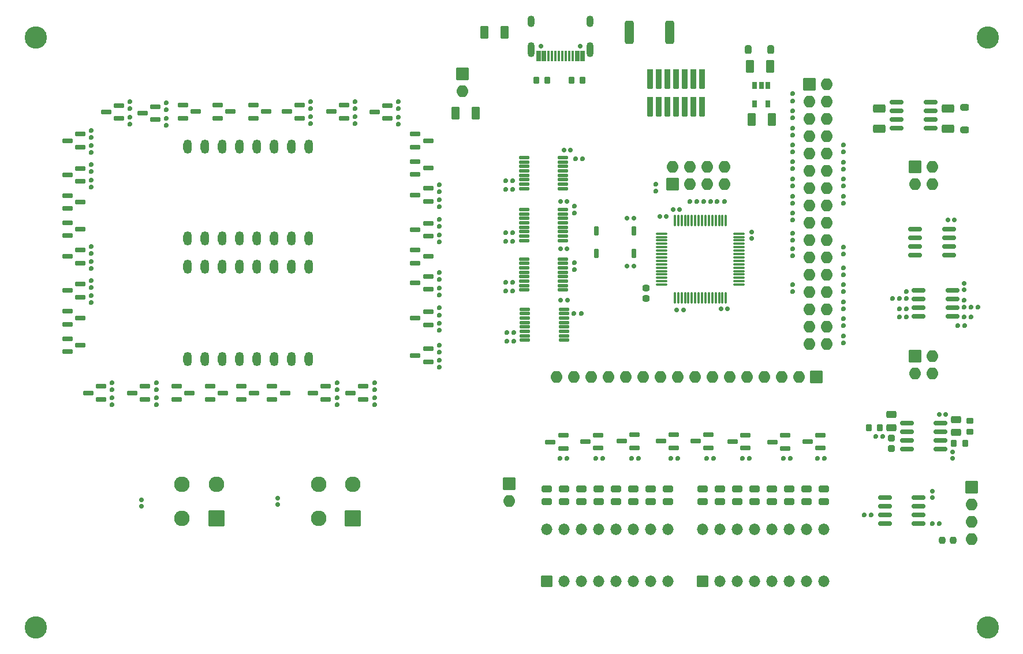
<source format=gbr>
%TF.GenerationSoftware,KiCad,Pcbnew,8.0.5*%
%TF.CreationDate,2024-11-20T12:06:12-07:00*%
%TF.ProjectId,CMPE2750,434d5045-3237-4353-902e-6b696361645f,rev?*%
%TF.SameCoordinates,Original*%
%TF.FileFunction,Soldermask,Top*%
%TF.FilePolarity,Negative*%
%FSLAX46Y46*%
G04 Gerber Fmt 4.6, Leading zero omitted, Abs format (unit mm)*
G04 Created by KiCad (PCBNEW 8.0.5) date 2024-11-20 12:06:12*
%MOMM*%
%LPD*%
G01*
G04 APERTURE LIST*
G04 Aperture macros list*
%AMRoundRect*
0 Rectangle with rounded corners*
0 $1 Rounding radius*
0 $2 $3 $4 $5 $6 $7 $8 $9 X,Y pos of 4 corners*
0 Add a 4 corners polygon primitive as box body*
4,1,4,$2,$3,$4,$5,$6,$7,$8,$9,$2,$3,0*
0 Add four circle primitives for the rounded corners*
1,1,$1+$1,$2,$3*
1,1,$1+$1,$4,$5*
1,1,$1+$1,$6,$7*
1,1,$1+$1,$8,$9*
0 Add four rect primitives between the rounded corners*
20,1,$1+$1,$2,$3,$4,$5,0*
20,1,$1+$1,$4,$5,$6,$7,0*
20,1,$1+$1,$6,$7,$8,$9,0*
20,1,$1+$1,$8,$9,$2,$3,0*%
G04 Aperture macros list end*
%ADD10RoundRect,0.157500X0.187500X-0.157500X0.187500X0.157500X-0.187500X0.157500X-0.187500X-0.157500X0*%
%ADD11RoundRect,0.261250X-0.473750X0.261250X-0.473750X-0.261250X0.473750X-0.261250X0.473750X0.261250X0*%
%ADD12RoundRect,0.152500X0.202500X-0.152500X0.202500X0.152500X-0.202500X0.152500X-0.202500X-0.152500X0*%
%ADD13RoundRect,0.157500X-0.157500X-0.187500X0.157500X-0.187500X0.157500X0.187500X-0.157500X0.187500X0*%
%ADD14RoundRect,0.242500X0.242500X0.392500X-0.242500X0.392500X-0.242500X-0.392500X0.242500X-0.392500X0*%
%ADD15RoundRect,0.035000X0.800000X-0.800000X0.800000X0.800000X-0.800000X0.800000X-0.800000X-0.800000X0*%
%ADD16O,1.670000X1.670000*%
%ADD17RoundRect,0.152500X0.152500X0.202500X-0.152500X0.202500X-0.152500X-0.202500X0.152500X-0.202500X0*%
%ADD18RoundRect,0.167500X-0.842500X-0.167500X0.842500X-0.167500X0.842500X0.167500X-0.842500X0.167500X0*%
%ADD19C,3.270000*%
%ADD20RoundRect,0.152500X-0.202500X0.152500X-0.202500X-0.152500X0.202500X-0.152500X0.202500X0.152500X0*%
%ADD21RoundRect,0.167500X0.605000X0.167500X-0.605000X0.167500X-0.605000X-0.167500X0.605000X-0.167500X0*%
%ADD22RoundRect,0.265217X0.344783X0.669783X-0.344783X0.669783X-0.344783X-0.669783X0.344783X-0.669783X0*%
%ADD23RoundRect,0.157500X0.157500X0.187500X-0.157500X0.187500X-0.157500X-0.187500X0.157500X-0.187500X0*%
%ADD24C,0.720000*%
%ADD25RoundRect,0.035000X0.300000X0.725000X-0.300000X0.725000X-0.300000X-0.725000X0.300000X-0.725000X0*%
%ADD26RoundRect,0.035000X0.150000X0.725000X-0.150000X0.725000X-0.150000X-0.725000X0.150000X-0.725000X0*%
%ADD27O,1.070000X2.170000*%
%ADD28O,1.070000X1.670000*%
%ADD29RoundRect,0.035000X-0.850000X-0.850000X0.850000X-0.850000X0.850000X0.850000X-0.850000X0.850000X0*%
%ADD30O,1.770000X1.770000*%
%ADD31RoundRect,0.167500X-0.605000X-0.167500X0.605000X-0.167500X0.605000X0.167500X-0.605000X0.167500X0*%
%ADD32O,1.270000X2.070000*%
%ADD33RoundRect,0.152500X-0.152500X-0.202500X0.152500X-0.202500X0.152500X0.202500X-0.152500X0.202500X0*%
%ADD34RoundRect,0.265217X-0.669783X0.344783X-0.669783X-0.344783X0.669783X-0.344783X0.669783X0.344783X0*%
%ADD35RoundRect,0.217500X0.292500X-0.217500X0.292500X0.217500X-0.292500X0.217500X-0.292500X-0.217500X0*%
%ADD36RoundRect,0.267500X-0.492500X0.267500X-0.492500X-0.267500X0.492500X-0.267500X0.492500X0.267500X0*%
%ADD37RoundRect,0.217500X-0.217500X-0.292500X0.217500X-0.292500X0.217500X0.292500X-0.217500X0.292500X0*%
%ADD38RoundRect,0.035000X0.850000X-0.850000X0.850000X0.850000X-0.850000X0.850000X-0.850000X-0.850000X0*%
%ADD39RoundRect,0.236250X0.236250X0.273750X-0.236250X0.273750X-0.236250X-0.273750X0.236250X-0.273750X0*%
%ADD40RoundRect,0.117500X-0.655000X-0.117500X0.655000X-0.117500X0.655000X0.117500X-0.655000X0.117500X0*%
%ADD41RoundRect,0.035000X-0.279400X0.622300X-0.279400X-0.622300X0.279400X-0.622300X0.279400X0.622300X0*%
%ADD42RoundRect,0.264286X-0.383214X-1.445714X0.383214X-1.445714X0.383214X1.445714X-0.383214X1.445714X0*%
%ADD43RoundRect,0.265217X-0.344783X-0.669783X0.344783X-0.669783X0.344783X0.669783X-0.344783X0.669783X0*%
%ADD44RoundRect,0.092500X-0.717500X-0.092500X0.717500X-0.092500X0.717500X0.092500X-0.717500X0.092500X0*%
%ADD45RoundRect,0.092500X-0.092500X-0.717500X0.092500X-0.717500X0.092500X0.717500X-0.092500X0.717500X0*%
%ADD46RoundRect,0.035000X-0.850000X0.850000X-0.850000X-0.850000X0.850000X-0.850000X0.850000X0.850000X0*%
%ADD47RoundRect,0.035000X1.104900X1.104900X-1.104900X1.104900X-1.104900X-1.104900X1.104900X-1.104900X0*%
%ADD48C,2.279800*%
%ADD49RoundRect,0.217500X0.217500X0.292500X-0.217500X0.292500X-0.217500X-0.292500X0.217500X-0.292500X0*%
%ADD50RoundRect,0.242500X-0.392500X0.242500X-0.392500X-0.242500X0.392500X-0.242500X0.392500X0.242500X0*%
%ADD51RoundRect,0.035000X0.368300X1.397000X-0.368300X1.397000X-0.368300X-1.397000X0.368300X-1.397000X0*%
%ADD52RoundRect,0.157500X-0.187500X0.157500X-0.187500X-0.157500X0.187500X-0.157500X0.187500X0.157500X0*%
%ADD53RoundRect,0.242500X0.267500X-0.242500X0.267500X0.242500X-0.267500X0.242500X-0.267500X-0.242500X0*%
%ADD54RoundRect,0.236250X0.273750X-0.236250X0.273750X0.236250X-0.273750X0.236250X-0.273750X-0.236250X0*%
%ADD55RoundRect,0.265217X0.669783X-0.344783X0.669783X0.344783X-0.669783X0.344783X-0.669783X-0.344783X0*%
%ADD56RoundRect,0.035000X-0.299999X-0.500000X0.299999X-0.500000X0.299999X0.500000X-0.299999X0.500000X0*%
G04 APERTURE END LIST*
D10*
%TO.C,C22*%
X192000000Y-112710000D03*
X192000000Y-111750000D03*
%TD*%
D11*
%TO.C,D12*%
X157860000Y-117202500D03*
X157860000Y-119077500D03*
%TD*%
%TO.C,D15*%
X165480000Y-117202500D03*
X165480000Y-119077500D03*
%TD*%
D12*
%TO.C,R9*%
X176000000Y-85770000D03*
X176000000Y-84750000D03*
%TD*%
D13*
%TO.C,C2*%
X151000000Y-76250000D03*
X151960000Y-76250000D03*
%TD*%
D14*
%TO.C,D1*%
X165350000Y-52750000D03*
X162050000Y-52750000D03*
%TD*%
D15*
%TO.C,SW2*%
X132460000Y-130760000D03*
D16*
X135000000Y-130760000D03*
X137540000Y-130760000D03*
X140080000Y-130760000D03*
X142620000Y-130760000D03*
X145160000Y-130760000D03*
X147700000Y-130760000D03*
X150240000Y-130760000D03*
X150240000Y-123140000D03*
X147700000Y-123140000D03*
X145160000Y-123140000D03*
X142620000Y-123140000D03*
X140080000Y-123140000D03*
X137540000Y-123140000D03*
X135000000Y-123140000D03*
X132460000Y-123140000D03*
%TD*%
D10*
%TO.C,C13*%
X189050000Y-118500000D03*
X189050000Y-117540000D03*
%TD*%
D13*
%TO.C,C4*%
X149040000Y-77250000D03*
X150000000Y-77250000D03*
%TD*%
D17*
%TO.C,R182*%
X156960000Y-112760000D03*
X155940000Y-112760000D03*
%TD*%
D18*
%TO.C,U4*%
X182050000Y-118460000D03*
X182050000Y-119730000D03*
X182050000Y-121000000D03*
X182050000Y-122270000D03*
X187000000Y-122270000D03*
X187000000Y-121000000D03*
X187000000Y-119730000D03*
X187000000Y-118460000D03*
%TD*%
D19*
%TO.C,H2*%
X197125000Y-51000000D03*
%TD*%
D12*
%TO.C,R4*%
X176000000Y-67770000D03*
X176000000Y-66750000D03*
%TD*%
%TO.C,R13*%
X176000000Y-95760000D03*
X176000000Y-94740000D03*
%TD*%
D20*
%TO.C,R47*%
X71330000Y-60410000D03*
X71330000Y-61430000D03*
%TD*%
%TO.C,R75*%
X107205000Y-101610000D03*
X107205000Y-102630000D03*
%TD*%
D21*
%TO.C,Q65*%
X172575000Y-111210000D03*
X172575000Y-109310000D03*
X170700000Y-110260000D03*
%TD*%
D22*
%TO.C,C9*%
X165250000Y-55250000D03*
X162300000Y-55250000D03*
%TD*%
D12*
%TO.C,R10*%
X176000000Y-88260000D03*
X176000000Y-87240000D03*
%TD*%
D20*
%TO.C,R50*%
X116705000Y-72560000D03*
X116705000Y-73580000D03*
%TD*%
D23*
%TO.C,C3*%
X158980000Y-90750000D03*
X158020000Y-90750000D03*
%TD*%
D20*
%TO.C,R80*%
X116705000Y-90660000D03*
X116705000Y-91680000D03*
%TD*%
D24*
%TO.C,J6*%
X137390000Y-52250000D03*
X131610000Y-52250000D03*
D25*
X137750000Y-53695000D03*
X136950000Y-53695000D03*
D26*
X135750000Y-53695000D03*
X134750000Y-53695000D03*
X134250000Y-53695000D03*
X133250000Y-53695000D03*
D25*
X132050000Y-53695000D03*
X131250000Y-53695000D03*
X131250000Y-53695000D03*
X132050000Y-53695000D03*
D26*
X132750000Y-53695000D03*
X133750000Y-53695000D03*
X135250000Y-53695000D03*
X136250000Y-53695000D03*
D25*
X136950000Y-53695000D03*
X137750000Y-53695000D03*
D27*
X138820000Y-52780000D03*
D28*
X138820000Y-48600000D03*
D27*
X130180000Y-52780000D03*
D28*
X130180000Y-48600000D03*
%TD*%
D22*
%TO.C,C31*%
X126250000Y-50250000D03*
X123300000Y-50250000D03*
%TD*%
D21*
%TO.C,Q55*%
X151075000Y-111160000D03*
X151075000Y-109260000D03*
X149200000Y-110210000D03*
%TD*%
D20*
%TO.C,R65*%
X71330000Y-62660000D03*
X71330000Y-63680000D03*
%TD*%
D29*
%TO.C,J8*%
X186460000Y-70000000D03*
D30*
X189000000Y-70000000D03*
X186460000Y-72540000D03*
X189000000Y-72540000D03*
%TD*%
D17*
%TO.C,R91*%
X137510000Y-91500000D03*
X136490000Y-91500000D03*
%TD*%
D20*
%TO.C,R100*%
X116705000Y-98360000D03*
X116705000Y-99380000D03*
%TD*%
D11*
%TO.C,D8*%
X145160000Y-117202500D03*
X145160000Y-119077500D03*
%TD*%
D21*
%TO.C,Q4*%
X115080000Y-75020000D03*
X115080000Y-73120000D03*
X113205000Y-74070000D03*
%TD*%
D11*
%TO.C,D11*%
X160400000Y-117202500D03*
X160400000Y-119077500D03*
%TD*%
%TO.C,D17*%
X170560000Y-117202500D03*
X170560000Y-119077500D03*
%TD*%
%TO.C,D7*%
X147700000Y-117202500D03*
X147700000Y-119077500D03*
%TD*%
D31*
%TO.C,Q44*%
X113205000Y-82170000D03*
X113205000Y-84070000D03*
X115080000Y-83120000D03*
%TD*%
D19*
%TO.C,H3*%
X197125000Y-137500000D03*
%TD*%
D17*
%TO.C,R34*%
X195735000Y-90500000D03*
X194715000Y-90500000D03*
%TD*%
D12*
%TO.C,R2*%
X168500000Y-70250000D03*
X168500000Y-69230000D03*
%TD*%
D32*
%TO.C,U10*%
X79800000Y-80500000D03*
X82340000Y-80500000D03*
X84880000Y-80500000D03*
X87420000Y-80500000D03*
X89960000Y-80500000D03*
X92500000Y-80500000D03*
X95040000Y-80500000D03*
X97580000Y-80500000D03*
X97580000Y-67000000D03*
X95040000Y-67000000D03*
X92500000Y-67000000D03*
X89960000Y-67000000D03*
X87420000Y-67000000D03*
X84880000Y-67000000D03*
X82340000Y-67000000D03*
X79800000Y-67000000D03*
%TD*%
D33*
%TO.C,R32*%
X183215000Y-89250000D03*
X184235000Y-89250000D03*
%TD*%
%TO.C,R38*%
X192715000Y-93250000D03*
X193735000Y-93250000D03*
%TD*%
%TO.C,R63*%
X126490000Y-73250000D03*
X127510000Y-73250000D03*
%TD*%
D11*
%TO.C,D3*%
X132460000Y-117202500D03*
X132460000Y-119077500D03*
%TD*%
D21*
%TO.C,Q53*%
X140012500Y-111210000D03*
X140012500Y-109310000D03*
X138137500Y-110260000D03*
%TD*%
%TO.C,Q25*%
X115080000Y-93120000D03*
X115080000Y-91220000D03*
X113205000Y-92170000D03*
%TD*%
D10*
%TO.C,C32*%
X73000000Y-119750000D03*
X73000000Y-118790000D03*
%TD*%
%TO.C,C15*%
X193725000Y-88000000D03*
X193725000Y-87040000D03*
%TD*%
D22*
%TO.C,C10*%
X165500000Y-63000000D03*
X162550000Y-63000000D03*
%TD*%
D21*
%TO.C,Q5*%
X64080000Y-72120000D03*
X64080000Y-70220000D03*
X62205000Y-71170000D03*
%TD*%
D34*
%TO.C,C11*%
X181275000Y-61410000D03*
X181275000Y-64360000D03*
%TD*%
D23*
%TO.C,C7*%
X145230000Y-84500000D03*
X144270000Y-84500000D03*
%TD*%
D21*
%TO.C,Q23*%
X73580000Y-104070000D03*
X73580000Y-102170000D03*
X71705000Y-103120000D03*
%TD*%
D20*
%TO.C,R93*%
X107205000Y-103860000D03*
X107205000Y-104880000D03*
%TD*%
D21*
%TO.C,Q20*%
X105580000Y-104070000D03*
X105580000Y-102170000D03*
X103705000Y-103120000D03*
%TD*%
D12*
%TO.C,R21*%
X168500000Y-80720000D03*
X168500000Y-79700000D03*
%TD*%
D11*
%TO.C,D14*%
X155320000Y-117202500D03*
X155320000Y-119077500D03*
%TD*%
D20*
%TO.C,R70*%
X97830000Y-62610000D03*
X97830000Y-63630000D03*
%TD*%
%TO.C,R97*%
X116705000Y-87735000D03*
X116705000Y-88755000D03*
%TD*%
D31*
%TO.C,Q50*%
X83080000Y-102170000D03*
X83080000Y-104070000D03*
X84955000Y-103120000D03*
%TD*%
D23*
%TO.C,C27*%
X135500000Y-89500000D03*
X134540000Y-89500000D03*
%TD*%
D33*
%TO.C,R85*%
X126627500Y-94250000D03*
X127647500Y-94250000D03*
%TD*%
D20*
%TO.C,R72*%
X65705000Y-66860000D03*
X65705000Y-67880000D03*
%TD*%
D35*
%TO.C,R43*%
X194500000Y-108825000D03*
X194500000Y-107175000D03*
%TD*%
D21*
%TO.C,Q51*%
X134887500Y-111260000D03*
X134887500Y-109360000D03*
X133012500Y-110310000D03*
%TD*%
D31*
%TO.C,Q41*%
X113205000Y-69170000D03*
X113205000Y-71070000D03*
X115080000Y-70120000D03*
%TD*%
D11*
%TO.C,D9*%
X150240000Y-117202500D03*
X150240000Y-119077500D03*
%TD*%
D36*
%TO.C,C18*%
X192500000Y-107050000D03*
X192500000Y-108950000D03*
%TD*%
D33*
%TO.C,R56*%
X126490000Y-80875000D03*
X127510000Y-80875000D03*
%TD*%
D18*
%TO.C,U5*%
X186500000Y-79095000D03*
X186500000Y-80365000D03*
X186500000Y-81635000D03*
X186500000Y-82905000D03*
X191450000Y-82905000D03*
X191450000Y-81635000D03*
X191450000Y-80365000D03*
X191450000Y-79095000D03*
%TD*%
D21*
%TO.C,Q9*%
X109080000Y-62870000D03*
X109080000Y-60970000D03*
X107205000Y-61920000D03*
%TD*%
D10*
%TO.C,C8*%
X93000000Y-119480000D03*
X93000000Y-118520000D03*
%TD*%
D17*
%TO.C,R171*%
X151710000Y-112760000D03*
X150690000Y-112760000D03*
%TD*%
D20*
%TO.C,R82*%
X116705000Y-96110000D03*
X116705000Y-97130000D03*
%TD*%
D29*
%TO.C,J3*%
X171000000Y-57850000D03*
D30*
X173540000Y-57850000D03*
X171000000Y-60390000D03*
X173540000Y-60390000D03*
X171000000Y-62930000D03*
X173540000Y-62930000D03*
X171000000Y-65470000D03*
X173540000Y-65470000D03*
X171000000Y-68010000D03*
X173540000Y-68010000D03*
X171000000Y-70550000D03*
X173540000Y-70550000D03*
X171000000Y-73090000D03*
X173540000Y-73090000D03*
X171000000Y-75630000D03*
X173540000Y-75630000D03*
X171000000Y-78170000D03*
X173540000Y-78170000D03*
X171000000Y-80710000D03*
X173540000Y-80710000D03*
X171000000Y-83250000D03*
X173540000Y-83250000D03*
X171000000Y-85790000D03*
X173540000Y-85790000D03*
X171000000Y-88330000D03*
X173540000Y-88330000D03*
X171000000Y-90870000D03*
X173540000Y-90870000D03*
X171000000Y-93410000D03*
X173540000Y-93410000D03*
X171000000Y-95950000D03*
X173540000Y-95950000D03*
%TD*%
D21*
%TO.C,Q21*%
X64080000Y-89070000D03*
X64080000Y-87170000D03*
X62205000Y-88120000D03*
%TD*%
D37*
%TO.C,R44*%
X192175000Y-110500000D03*
X193825000Y-110500000D03*
%TD*%
D15*
%TO.C,SW3*%
X155320000Y-130760000D03*
D16*
X157860000Y-130760000D03*
X160400000Y-130760000D03*
X162940000Y-130760000D03*
X165480000Y-130760000D03*
X168020000Y-130760000D03*
X170560000Y-130760000D03*
X173100000Y-130760000D03*
X173100000Y-123140000D03*
X170560000Y-123140000D03*
X168020000Y-123140000D03*
X165480000Y-123140000D03*
X162940000Y-123140000D03*
X160400000Y-123140000D03*
X157860000Y-123140000D03*
X155320000Y-123140000D03*
%TD*%
D20*
%TO.C,R51*%
X65705000Y-69660000D03*
X65705000Y-70680000D03*
%TD*%
D18*
%TO.C,U3*%
X183800000Y-60480000D03*
X183800000Y-61750000D03*
X183800000Y-63020000D03*
X183800000Y-64290000D03*
X188750000Y-64290000D03*
X188750000Y-63020000D03*
X188750000Y-61750000D03*
X188750000Y-60480000D03*
%TD*%
D33*
%TO.C,R46*%
X180740000Y-109500000D03*
X181760000Y-109500000D03*
%TD*%
D19*
%TO.C,H4*%
X57500000Y-137500000D03*
%TD*%
D33*
%TO.C,R24*%
X155490000Y-75000000D03*
X156510000Y-75000000D03*
%TD*%
D21*
%TO.C,Q8*%
X64080000Y-67070000D03*
X64080000Y-65170000D03*
X62205000Y-66120000D03*
%TD*%
D11*
%TO.C,D5*%
X137540000Y-117202500D03*
X137540000Y-119077500D03*
%TD*%
D20*
%TO.C,R92*%
X65705000Y-83860000D03*
X65705000Y-84880000D03*
%TD*%
D17*
%TO.C,R36*%
X194725000Y-92000000D03*
X193705000Y-92000000D03*
%TD*%
D38*
%TO.C,J2*%
X150960000Y-72540000D03*
D30*
X150960000Y-70000000D03*
X153500000Y-72540000D03*
X153500000Y-70000000D03*
X156040000Y-72540000D03*
X156040000Y-70000000D03*
X158580000Y-72540000D03*
X158580000Y-70000000D03*
%TD*%
D12*
%TO.C,R17*%
X168500000Y-65270000D03*
X168500000Y-64250000D03*
%TD*%
D39*
%TO.C,FB2*%
X192037500Y-124710000D03*
X190462500Y-124710000D03*
%TD*%
D33*
%TO.C,R83*%
X126627500Y-95500000D03*
X127647500Y-95500000D03*
%TD*%
D23*
%TO.C,C6*%
X145230000Y-77500000D03*
X144270000Y-77500000D03*
%TD*%
D40*
%TO.C,U8*%
X129137500Y-76225000D03*
X129137500Y-76875000D03*
X129137500Y-77525000D03*
X129137500Y-78175000D03*
X129137500Y-78825000D03*
X129137500Y-79475000D03*
X129137500Y-80125000D03*
X129137500Y-80775000D03*
X134862500Y-80775000D03*
X134862500Y-80125000D03*
X134862500Y-79475000D03*
X134862500Y-78825000D03*
X134862500Y-78175000D03*
X134862500Y-77525000D03*
X134862500Y-76875000D03*
X134862500Y-76225000D03*
%TD*%
D20*
%TO.C,R31*%
X185225000Y-88240000D03*
X185225000Y-89260000D03*
%TD*%
D33*
%TO.C,R25*%
X153490000Y-75000000D03*
X154510000Y-75000000D03*
%TD*%
D29*
%TO.C,J9*%
X120080000Y-56345000D03*
D30*
X120080000Y-58885000D03*
%TD*%
D12*
%TO.C,R12*%
X176000000Y-93260000D03*
X176000000Y-92240000D03*
%TD*%
D17*
%TO.C,R27*%
X180060000Y-121020000D03*
X179040000Y-121020000D03*
%TD*%
D20*
%TO.C,R54*%
X65705000Y-64610000D03*
X65705000Y-65630000D03*
%TD*%
D21*
%TO.C,Q7*%
X102767500Y-62820000D03*
X102767500Y-60920000D03*
X100892500Y-61870000D03*
%TD*%
D20*
%TO.C,R48*%
X116705000Y-77660000D03*
X116705000Y-78680000D03*
%TD*%
%TO.C,R53*%
X104392500Y-60360000D03*
X104392500Y-61380000D03*
%TD*%
D21*
%TO.C,Q3*%
X75080000Y-63020000D03*
X75080000Y-61120000D03*
X73205000Y-62070000D03*
%TD*%
%TO.C,Q22*%
X100080000Y-104070000D03*
X100080000Y-102170000D03*
X98205000Y-103120000D03*
%TD*%
D31*
%TO.C,Q47*%
X87705000Y-102170000D03*
X87705000Y-104070000D03*
X89580000Y-103120000D03*
%TD*%
D41*
%TO.C,X1*%
X145250000Y-79361700D03*
X139750000Y-79361700D03*
X139750000Y-82638300D03*
X145250000Y-82638300D03*
%TD*%
D20*
%TO.C,R96*%
X75205000Y-103860000D03*
X75205000Y-104880000D03*
%TD*%
D12*
%TO.C,R8*%
X176000000Y-82770000D03*
X176000000Y-81750000D03*
%TD*%
D17*
%TO.C,R37*%
X185235000Y-92000000D03*
X184215000Y-92000000D03*
%TD*%
D12*
%TO.C,R5*%
X176000000Y-70270000D03*
X176000000Y-69250000D03*
%TD*%
D33*
%TO.C,R58*%
X126490000Y-79625000D03*
X127510000Y-79625000D03*
%TD*%
D31*
%TO.C,Q46*%
X62205000Y-95170000D03*
X62205000Y-97070000D03*
X64080000Y-96120000D03*
%TD*%
D21*
%TO.C,Q63*%
X167450000Y-111260000D03*
X167450000Y-109360000D03*
X165575000Y-110310000D03*
%TD*%
D19*
%TO.C,H1*%
X57500000Y-51000000D03*
%TD*%
D20*
%TO.C,R69*%
X65705000Y-71910000D03*
X65705000Y-72930000D03*
%TD*%
%TO.C,R71*%
X104392500Y-62610000D03*
X104392500Y-63630000D03*
%TD*%
D42*
%TO.C,R14*%
X144575000Y-50250000D03*
X150500000Y-50250000D03*
%TD*%
D40*
%TO.C,U9*%
X129137500Y-83475000D03*
X129137500Y-84125000D03*
X129137500Y-84775000D03*
X129137500Y-85425000D03*
X129137500Y-86075000D03*
X129137500Y-86725000D03*
X129137500Y-87375000D03*
X129137500Y-88025000D03*
X134862500Y-88025000D03*
X134862500Y-87375000D03*
X134862500Y-86725000D03*
X134862500Y-86075000D03*
X134862500Y-85425000D03*
X134862500Y-84775000D03*
X134862500Y-84125000D03*
X134862500Y-83475000D03*
%TD*%
D31*
%TO.C,Q42*%
X62205000Y-74170000D03*
X62205000Y-76070000D03*
X64080000Y-75120000D03*
%TD*%
D43*
%TO.C,C26*%
X119105000Y-62120000D03*
X122055000Y-62120000D03*
%TD*%
D20*
%TO.C,R77*%
X101705000Y-101610000D03*
X101705000Y-102630000D03*
%TD*%
D17*
%TO.C,R179*%
X162210000Y-112760000D03*
X161190000Y-112760000D03*
%TD*%
%TO.C,R163*%
X135460000Y-112760000D03*
X134440000Y-112760000D03*
%TD*%
D20*
%TO.C,R67*%
X76705000Y-62810000D03*
X76705000Y-63830000D03*
%TD*%
D12*
%TO.C,R16*%
X168500000Y-62750000D03*
X168500000Y-61730000D03*
%TD*%
D44*
%TO.C,U1*%
X149325000Y-79750000D03*
X149325000Y-80250000D03*
X149325000Y-80750000D03*
X149325000Y-81250000D03*
X149325000Y-81750000D03*
X149325000Y-82250000D03*
X149325000Y-82750000D03*
X149325000Y-83250000D03*
X149325000Y-83750000D03*
X149325000Y-84250000D03*
X149325000Y-84750000D03*
X149325000Y-85250000D03*
X149325000Y-85750000D03*
X149325000Y-86250000D03*
X149325000Y-86750000D03*
X149325000Y-87250000D03*
D45*
X151250000Y-89175000D03*
X151750000Y-89175000D03*
X152250000Y-89175000D03*
X152750000Y-89175000D03*
X153250000Y-89175000D03*
X153750000Y-89175000D03*
X154250000Y-89175000D03*
X154750000Y-89175000D03*
X155250000Y-89175000D03*
X155750000Y-89175000D03*
X156250000Y-89175000D03*
X156750000Y-89175000D03*
X157250000Y-89175000D03*
X157750000Y-89175000D03*
X158250000Y-89175000D03*
X158750000Y-89175000D03*
D44*
X160675000Y-87250000D03*
X160675000Y-86750000D03*
X160675000Y-86250000D03*
X160675000Y-85750000D03*
X160675000Y-85250000D03*
X160675000Y-84750000D03*
X160675000Y-84250000D03*
X160675000Y-83750000D03*
X160675000Y-83250000D03*
X160675000Y-82750000D03*
X160675000Y-82250000D03*
X160675000Y-81750000D03*
X160675000Y-81250000D03*
X160675000Y-80750000D03*
X160675000Y-80250000D03*
X160675000Y-79750000D03*
D45*
X158750000Y-77825000D03*
X158250000Y-77825000D03*
X157750000Y-77825000D03*
X157250000Y-77825000D03*
X156750000Y-77825000D03*
X156250000Y-77825000D03*
X155750000Y-77825000D03*
X155250000Y-77825000D03*
X154750000Y-77825000D03*
X154250000Y-77825000D03*
X153750000Y-77825000D03*
X153250000Y-77825000D03*
X152750000Y-77825000D03*
X152250000Y-77825000D03*
X151750000Y-77825000D03*
X151250000Y-77825000D03*
%TD*%
D11*
%TO.C,D6*%
X140080000Y-117202500D03*
X140080000Y-119077500D03*
%TD*%
D31*
%TO.C,Q37*%
X89455000Y-60920000D03*
X89455000Y-62820000D03*
X91330000Y-61870000D03*
%TD*%
%TO.C,Q38*%
X79142500Y-60920000D03*
X79142500Y-62820000D03*
X81017500Y-61870000D03*
%TD*%
D33*
%TO.C,R28*%
X189030000Y-122270000D03*
X190050000Y-122270000D03*
%TD*%
D23*
%TO.C,C5*%
X152500000Y-91000000D03*
X151540000Y-91000000D03*
%TD*%
D33*
%TO.C,R35*%
X184205000Y-90750000D03*
X185225000Y-90750000D03*
%TD*%
D13*
%TO.C,C24*%
X135020000Y-67500000D03*
X135980000Y-67500000D03*
%TD*%
D21*
%TO.C,Q24*%
X115080000Y-87945000D03*
X115080000Y-86045000D03*
X113205000Y-86995000D03*
%TD*%
D17*
%TO.C,R189*%
X173210000Y-112760000D03*
X172190000Y-112760000D03*
%TD*%
%TO.C,R57*%
X137760000Y-68750000D03*
X136740000Y-68750000D03*
%TD*%
D20*
%TO.C,R78*%
X75205000Y-101610000D03*
X75205000Y-102630000D03*
%TD*%
D37*
%TO.C,R29*%
X136100000Y-57250000D03*
X137750000Y-57250000D03*
%TD*%
D20*
%TO.C,R66*%
X116705000Y-79910000D03*
X116705000Y-80930000D03*
%TD*%
D21*
%TO.C,Q58*%
X145325000Y-111160000D03*
X145325000Y-109260000D03*
X143450000Y-110210000D03*
%TD*%
D20*
%TO.C,R68*%
X116705000Y-74810000D03*
X116705000Y-75830000D03*
%TD*%
D12*
%TO.C,R33*%
X193725000Y-90510000D03*
X193725000Y-89490000D03*
%TD*%
D23*
%TO.C,C14*%
X192250000Y-77750000D03*
X191290000Y-77750000D03*
%TD*%
D20*
%TO.C,R99*%
X68705000Y-103860000D03*
X68705000Y-104880000D03*
%TD*%
D17*
%TO.C,R165*%
X140700000Y-112760000D03*
X139680000Y-112760000D03*
%TD*%
D21*
%TO.C,Q6*%
X96205000Y-62820000D03*
X96205000Y-60920000D03*
X94330000Y-61870000D03*
%TD*%
D29*
%TO.C,J5*%
X194750000Y-116920000D03*
D30*
X194750000Y-119460000D03*
X194750000Y-122000000D03*
X194750000Y-124540000D03*
%TD*%
D12*
%TO.C,R6*%
X176000000Y-72760000D03*
X176000000Y-71740000D03*
%TD*%
D46*
%TO.C,J4*%
X171980000Y-100750000D03*
D30*
X169440000Y-100750000D03*
X166900000Y-100750000D03*
X164360000Y-100750000D03*
X161820000Y-100750000D03*
X159280000Y-100750000D03*
X156740000Y-100750000D03*
X154200000Y-100750000D03*
X151660000Y-100750000D03*
X149120000Y-100750000D03*
X146580000Y-100750000D03*
X144040000Y-100750000D03*
X141500000Y-100750000D03*
X138960000Y-100750000D03*
X136420000Y-100750000D03*
X133880000Y-100750000D03*
%TD*%
D23*
%TO.C,C25*%
X135460000Y-75000000D03*
X134500000Y-75000000D03*
%TD*%
D12*
%TO.C,R3*%
X168500000Y-67750000D03*
X168500000Y-66730000D03*
%TD*%
D33*
%TO.C,R90*%
X126490000Y-88125000D03*
X127510000Y-88125000D03*
%TD*%
D47*
%TO.C,SW4*%
X84000000Y-121500000D03*
D48*
X84000000Y-116500000D03*
X79000000Y-116500000D03*
X79000000Y-121500000D03*
%TD*%
D12*
%TO.C,R20*%
X168500000Y-77770000D03*
X168500000Y-76750000D03*
%TD*%
D20*
%TO.C,R79*%
X116705000Y-85485000D03*
X116705000Y-86505000D03*
%TD*%
D36*
%TO.C,C19*%
X183000000Y-106300000D03*
X183000000Y-108200000D03*
%TD*%
D11*
%TO.C,D16*%
X168020000Y-117202500D03*
X168020000Y-119077500D03*
%TD*%
D12*
%TO.C,R84*%
X136500000Y-85010000D03*
X136500000Y-83990000D03*
%TD*%
D49*
%TO.C,R30*%
X132575000Y-57250000D03*
X130925000Y-57250000D03*
%TD*%
D50*
%TO.C,D2*%
X193775000Y-61235000D03*
X193775000Y-64535000D03*
%TD*%
D31*
%TO.C,Q39*%
X84205000Y-60920000D03*
X84205000Y-62820000D03*
X86080000Y-61870000D03*
%TD*%
D20*
%TO.C,R76*%
X65705000Y-86610000D03*
X65705000Y-87630000D03*
%TD*%
%TO.C,R52*%
X97830000Y-60360000D03*
X97830000Y-61380000D03*
%TD*%
D18*
%TO.C,U6*%
X187000000Y-88095000D03*
X187000000Y-89365000D03*
X187000000Y-90635000D03*
X187000000Y-91905000D03*
X191950000Y-91905000D03*
X191950000Y-90635000D03*
X191950000Y-89365000D03*
X191950000Y-88095000D03*
%TD*%
D20*
%TO.C,R64*%
X136500000Y-75740000D03*
X136500000Y-76760000D03*
%TD*%
D21*
%TO.C,Q59*%
X161575000Y-111210000D03*
X161575000Y-109310000D03*
X159700000Y-110260000D03*
%TD*%
%TO.C,Q62*%
X156200000Y-111160000D03*
X156200000Y-109260000D03*
X154325000Y-110210000D03*
%TD*%
%TO.C,Q26*%
X67080000Y-104070000D03*
X67080000Y-102170000D03*
X65205000Y-103120000D03*
%TD*%
D20*
%TO.C,R98*%
X116705000Y-92910000D03*
X116705000Y-93930000D03*
%TD*%
D12*
%TO.C,R15*%
X168500000Y-60270000D03*
X168500000Y-59250000D03*
%TD*%
D29*
%TO.C,J7*%
X186460000Y-97725000D03*
D30*
X189000000Y-97725000D03*
X186460000Y-100265000D03*
X189000000Y-100265000D03*
%TD*%
D29*
%TO.C,J10*%
X127000000Y-116460000D03*
D30*
X127000000Y-119000000D03*
%TD*%
D31*
%TO.C,Q45*%
X62205000Y-91170000D03*
X62205000Y-93070000D03*
X64080000Y-92120000D03*
%TD*%
D51*
%TO.C,J1*%
X155276600Y-57124400D03*
X155276600Y-61188400D03*
X154006600Y-57124400D03*
X154006600Y-61188400D03*
X152736600Y-57124400D03*
X152736600Y-61188400D03*
X151466600Y-57124400D03*
X151466600Y-61188400D03*
X150196600Y-57124400D03*
X150196600Y-61188400D03*
X148926600Y-57124400D03*
X148926600Y-61188400D03*
X147656600Y-57124400D03*
X147656600Y-61188400D03*
%TD*%
D33*
%TO.C,R60*%
X126490000Y-72000000D03*
X127510000Y-72000000D03*
%TD*%
D11*
%TO.C,D10*%
X142620000Y-117202500D03*
X142620000Y-119077500D03*
%TD*%
D17*
%TO.C,R187*%
X168210000Y-112760000D03*
X167190000Y-112760000D03*
%TD*%
D23*
%TO.C,C28*%
X135460000Y-82000000D03*
X134500000Y-82000000D03*
%TD*%
D20*
%TO.C,R49*%
X76705000Y-60560000D03*
X76705000Y-61580000D03*
%TD*%
D52*
%TO.C,C1*%
X162500000Y-79520000D03*
X162500000Y-80480000D03*
%TD*%
D11*
%TO.C,D4*%
X135000000Y-117202500D03*
X135000000Y-119077500D03*
%TD*%
D49*
%TO.C,R45*%
X181325000Y-108250000D03*
X179675000Y-108250000D03*
%TD*%
D23*
%TO.C,C29*%
X190980000Y-106250000D03*
X190020000Y-106250000D03*
%TD*%
D31*
%TO.C,Q43*%
X62205000Y-78170000D03*
X62205000Y-80070000D03*
X64080000Y-79120000D03*
%TD*%
D33*
%TO.C,R87*%
X126490000Y-86875000D03*
X127510000Y-86875000D03*
%TD*%
D21*
%TO.C,Q19*%
X64080000Y-84070000D03*
X64080000Y-82170000D03*
X62205000Y-83120000D03*
%TD*%
D31*
%TO.C,Q49*%
X78205000Y-102170000D03*
X78205000Y-104070000D03*
X80080000Y-103120000D03*
%TD*%
%TO.C,Q48*%
X92205000Y-102170000D03*
X92205000Y-104070000D03*
X94080000Y-103120000D03*
%TD*%
D17*
%TO.C,R174*%
X145960000Y-112760000D03*
X144940000Y-112760000D03*
%TD*%
D33*
%TO.C,R23*%
X157490000Y-75000000D03*
X158510000Y-75000000D03*
%TD*%
D20*
%TO.C,R95*%
X101705000Y-103860000D03*
X101705000Y-104880000D03*
%TD*%
D21*
%TO.C,Q1*%
X69705000Y-62870000D03*
X69705000Y-60970000D03*
X67830000Y-61920000D03*
%TD*%
D20*
%TO.C,R81*%
X68705000Y-101610000D03*
X68705000Y-102630000D03*
%TD*%
D12*
%TO.C,R18*%
X168500000Y-72760000D03*
X168500000Y-71740000D03*
%TD*%
D20*
%TO.C,R55*%
X110705000Y-60410000D03*
X110705000Y-61430000D03*
%TD*%
D47*
%TO.C,SW1*%
X104000000Y-121500000D03*
D48*
X104000000Y-116500000D03*
X99000000Y-116500000D03*
X99000000Y-121500000D03*
%TD*%
D53*
%TO.C,C23*%
X183000000Y-111300000D03*
X183000000Y-109750000D03*
%TD*%
D31*
%TO.C,Q40*%
X113205000Y-65170000D03*
X113205000Y-67070000D03*
X115080000Y-66120000D03*
%TD*%
D20*
%TO.C,R94*%
X65705000Y-88860000D03*
X65705000Y-89880000D03*
%TD*%
D21*
%TO.C,Q27*%
X115080000Y-98570000D03*
X115080000Y-96670000D03*
X113205000Y-97620000D03*
%TD*%
D40*
%TO.C,U7*%
X129137500Y-68600000D03*
X129137500Y-69250000D03*
X129137500Y-69900000D03*
X129137500Y-70550000D03*
X129137500Y-71200000D03*
X129137500Y-71850000D03*
X129137500Y-72500000D03*
X129137500Y-73150000D03*
X134862500Y-73150000D03*
X134862500Y-72500000D03*
X134862500Y-71850000D03*
X134862500Y-71200000D03*
X134862500Y-70550000D03*
X134862500Y-69900000D03*
X134862500Y-69250000D03*
X134862500Y-68600000D03*
%TD*%
D21*
%TO.C,Q2*%
X115080000Y-80120000D03*
X115080000Y-78220000D03*
X113205000Y-79170000D03*
%TD*%
D11*
%TO.C,D18*%
X173100000Y-117202500D03*
X173100000Y-119077500D03*
%TD*%
D12*
%TO.C,R1*%
X168500000Y-88250000D03*
X168500000Y-87230000D03*
%TD*%
D32*
%TO.C,U11*%
X79800000Y-98120000D03*
X82340000Y-98120000D03*
X84880000Y-98120000D03*
X87420000Y-98120000D03*
X89960000Y-98120000D03*
X92500000Y-98120000D03*
X95040000Y-98120000D03*
X97580000Y-98120000D03*
X97580000Y-84620000D03*
X95040000Y-84620000D03*
X92500000Y-84620000D03*
X89960000Y-84620000D03*
X87420000Y-84620000D03*
X84880000Y-84620000D03*
X82340000Y-84620000D03*
X79800000Y-84620000D03*
%TD*%
D18*
%TO.C,U13*%
X185275000Y-107595000D03*
X185275000Y-108865000D03*
X185275000Y-110135000D03*
X185275000Y-111405000D03*
X190225000Y-111405000D03*
X190225000Y-110135000D03*
X190225000Y-108865000D03*
X190225000Y-107595000D03*
%TD*%
D20*
%TO.C,R73*%
X110705000Y-62660000D03*
X110705000Y-63680000D03*
%TD*%
D12*
%TO.C,R7*%
X176000000Y-75260000D03*
X176000000Y-74240000D03*
%TD*%
D20*
%TO.C,R26*%
X148500000Y-72490000D03*
X148500000Y-73510000D03*
%TD*%
D54*
%TO.C,FB1*%
X147000000Y-89287500D03*
X147000000Y-87712500D03*
%TD*%
D55*
%TO.C,C12*%
X191275000Y-64360000D03*
X191275000Y-61410000D03*
%TD*%
D56*
%TO.C,U2*%
X164875002Y-58000000D03*
X163925001Y-58000000D03*
X162975003Y-58000000D03*
X162975003Y-60750000D03*
X164875002Y-60750000D03*
%TD*%
D12*
%TO.C,R22*%
X168500000Y-83010000D03*
X168500000Y-81990000D03*
%TD*%
%TO.C,R11*%
X176000000Y-90760000D03*
X176000000Y-89740000D03*
%TD*%
%TO.C,R19*%
X168500000Y-75260000D03*
X168500000Y-74240000D03*
%TD*%
D11*
%TO.C,D13*%
X162940000Y-117202500D03*
X162940000Y-119077500D03*
%TD*%
D20*
%TO.C,R74*%
X65705000Y-81610000D03*
X65705000Y-82630000D03*
%TD*%
D40*
%TO.C,U12*%
X129275000Y-90850000D03*
X129275000Y-91500000D03*
X129275000Y-92150000D03*
X129275000Y-92800000D03*
X129275000Y-93450000D03*
X129275000Y-94100000D03*
X129275000Y-94750000D03*
X129275000Y-95400000D03*
X135000000Y-95400000D03*
X135000000Y-94750000D03*
X135000000Y-94100000D03*
X135000000Y-93450000D03*
X135000000Y-92800000D03*
X135000000Y-92150000D03*
X135000000Y-91500000D03*
X135000000Y-90850000D03*
%TD*%
M02*

</source>
